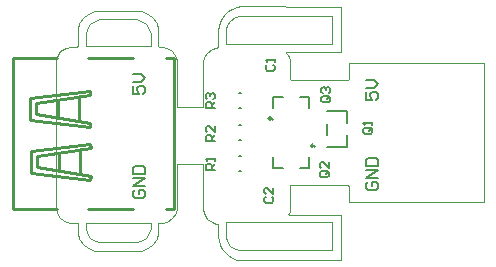
<source format=gto>
%FSTAX23Y23*%
%MOIN*%
%SFA1B1*%

%IPPOS*%
%ADD10C,0.009840*%
%ADD11C,0.010000*%
%ADD12C,0.006000*%
%ADD13C,0.007870*%
%ADD14C,0.007000*%
%ADD15C,0.002700*%
%LNusb-1*%
%LPD*%
G54D10*
X01899Y0156D02*
D01*
D01*
G75*
G03X01889I-00004J0D01*
G74*G01*
D01*
G75*
G03X01899I00004J0D01*
G74*G01*
X0204Y01469D02*
D01*
D01*
G75*
G03X0203I-00004J0D01*
G74*G01*
D01*
G75*
G03X0204I00004J0D01*
G74*G01*
G54D11*
X01293Y01533D02*
X01295Y01545D01*
X01114Y01576D02*
X01295Y01545D01*
X01114Y01576D02*
Y01613D01*
X01294Y01638*
X01293Y01651D02*
X01294Y01638D01*
X01094Y01629D02*
X01293Y01651D01*
X01094Y01556D02*
Y01629D01*
Y01556D02*
X01293Y01533D01*
X01257Y01553D02*
Y01635D01*
X01188Y01565D02*
Y01622D01*
X0119Y01389D02*
Y01446D01*
X01259Y01377D02*
Y01459D01*
X01096Y0138D02*
X01295Y01357D01*
X01096Y0138D02*
Y01453D01*
X01295Y01475*
X01296Y01462*
X01116Y01437D02*
X01296Y01462D01*
X01116Y014D02*
Y01437D01*
Y014D02*
X01297Y01369D01*
X01295Y01357D02*
X01297Y01369D01*
X01288Y01258D02*
X01438D01*
X01038Y01763D02*
X01183D01*
X01038Y01258D02*
Y01763D01*
Y01258D02*
X01183D01*
X01288Y01763D02*
X01438D01*
X01548Y01258D02*
X01573D01*
Y01763*
X01548D02*
X01573D01*
G54D12*
X02082Y01507D02*
Y01542D01*
X0215Y01544D02*
Y01585D01*
X02082D02*
X0215D01*
Y01464D02*
Y01505D01*
X02082Y01464D02*
X0215D01*
X0223Y0153D02*
X0221D01*
X02205Y01525*
Y01515*
X0221Y0151*
X0223*
X02234Y01515*
Y01525*
X02225Y0152D02*
X02234Y0153D01*
Y01525D02*
X0223Y0153D01*
X02234Y0154D02*
Y01549D01*
Y01544*
X02205*
X0221Y0154*
X0209Y01635D02*
X0207D01*
X02065Y0163*
Y0162*
X0207Y01615*
X0209*
X02095Y0162*
Y0163*
X02085Y01625D02*
X02095Y01635D01*
Y0163D02*
X0209Y01635D01*
X0207Y01645D02*
X02065Y0165D01*
Y01659*
X0207Y01664*
X02075*
X0208Y01659*
Y01654*
Y01659*
X02085Y01664*
X0209*
X02095Y01659*
Y0165*
X0209Y01645*
X02085Y01385D02*
X02065D01*
X0206Y0138*
Y0137*
X02065Y01365*
X02085*
X02089Y0137*
Y0138*
X0208Y01375D02*
X02089Y01385D01*
Y0138D02*
X02085Y01385D01*
X02089Y01414D02*
Y01395D01*
X0207Y01414*
X02065*
X0206Y01409*
Y014*
X02065Y01395*
X0171Y0139D02*
X0168D01*
Y01405*
X01685Y0141*
X01695*
X017Y01405*
Y0139*
Y014D02*
X0171Y0141D01*
Y0142D02*
Y01429D01*
Y01424*
X0168*
X01685Y0142*
X0171Y01485D02*
X0168D01*
Y015*
X01685Y01505*
X01695*
X017Y015*
Y01485*
Y01495D02*
X0171Y01505D01*
Y01534D02*
Y01515D01*
X0169Y01534*
X01685*
X0168Y01529*
Y0152*
X01685Y01515*
X0171Y01595D02*
X0168D01*
Y0161*
X01685Y01615*
X01695*
X017Y0161*
Y01595*
Y01605D02*
X0171Y01615D01*
X01685Y01625D02*
X0168Y0163D01*
Y01639*
X01685Y01644*
X0169*
X01695Y01639*
Y01634*
Y01639*
X017Y01644*
X01705*
X0171Y01639*
Y0163*
X01705Y01625*
X0188Y013D02*
X01875Y01295D01*
Y01285*
X0188Y0128*
X019*
X01904Y01285*
Y01295*
X019Y013*
X01904Y01329D02*
Y0131D01*
X01885Y01329*
X0188*
X01875Y01324*
Y01315*
X0188Y0131*
X01885Y0174D02*
X0188Y01735D01*
Y01725*
X01885Y0172*
X01905*
X01909Y01725*
Y01735*
X01905Y0174*
X01909Y0175D02*
Y01759D01*
Y01754*
X0188*
X01885Y0175*
G54D13*
X01905Y01597D02*
Y01632D01*
X01937*
X02024Y01597D02*
Y01632D01*
X01992D02*
X02024D01*
Y01397D02*
Y01432D01*
X01992Y01397D02*
X02024D01*
X01905D02*
Y01432D01*
Y01397D02*
X01937D01*
X01791Y01434D02*
X01798D01*
X01791Y01385D02*
X01798D01*
X01791Y01539D02*
X01798D01*
X01791Y0149D02*
X01798D01*
X01791Y01644D02*
X01798D01*
X01791Y01595D02*
X01798D01*
G54D14*
X01438Y01668D02*
Y01642D01*
X01458*
X01451Y01655*
Y01661*
X01458Y01668*
X01471*
X01478Y01661*
Y01648*
X01471Y01642*
X01438Y01681D02*
X01464D01*
X01478Y01695*
X01464Y01708*
X01438*
X01444Y01323D02*
X01438Y01316D01*
Y01303*
X01444Y01297*
X01471*
X01478Y01303*
Y01316*
X01471Y01323*
X01458*
Y0131*
X01478Y01336D02*
X01438D01*
X01478Y01363*
X01438*
Y01376D02*
X01478D01*
Y01396*
X01471Y01403*
X01444*
X01438Y01396*
Y01376*
X02219Y01348D02*
X02213Y01341D01*
Y01328*
X02219Y01322*
X02246*
X02253Y01328*
Y01341*
X02246Y01348*
X02233*
Y01335*
X02253Y01361D02*
X02213D01*
X02253Y01388*
X02213*
Y01401D02*
X02253D01*
Y01421*
X02246Y01428*
X02219*
X02213Y01421*
Y01401*
Y01648D02*
Y01622D01*
X02233*
X02226Y01635*
Y01641*
X02233Y01648*
X02246*
X02253Y01641*
Y01628*
X02246Y01622*
X02213Y01661D02*
X02239D01*
X02253Y01675*
X02239Y01688*
X02213*
G54D15*
X01252Y01211D02*
D01*
D01*
G75*
G03X01251Y01212I-00001J0D01*
G74*G01*
Y018D02*
D01*
D01*
G75*
G03X01252Y01802I0J00001D01*
G74*G01*
X01521D02*
D01*
D01*
G75*
G03X01522Y018I00001J0D01*
G74*G01*
X0172Y01798D02*
D01*
D01*
G75*
G03X01721Y01799I-0J00001D01*
G74*G01*
X01947Y01783D02*
D01*
D01*
G75*
G03X01946Y0178I0J-00001D01*
G74*G01*
X0196Y01692D02*
D01*
D01*
G75*
G03X01962Y0169I00001J0D01*
G74*G01*
X02157Y01693D02*
D01*
D01*
G75*
G03X02157Y01695I-00002J00001D01*
G74*G01*
Y01335D02*
D01*
D01*
G75*
G03X02157Y01335I-00002J0D01*
G74*G01*
X01962Y01338D02*
D01*
D01*
G75*
G03X0196Y01336I0J-00001D01*
G74*G01*
X01955Y01242D02*
D01*
D01*
G75*
G03X01957Y0124I00001J-0D01*
G74*G01*
X01721Y01209D02*
D01*
D01*
G75*
G03X0172Y0121I-00001J-0D01*
G74*G01*
X01522Y01212D02*
D01*
D01*
G75*
G03X01521Y01211I0J-00001D01*
G74*G01*
X01583Y01599D02*
X01585Y01598D01*
X01669D02*
X0167Y01599D01*
X01583Y01407D02*
X01585Y01409D01*
X01669D02*
X0167Y01407D01*
X02154Y0169D02*
X02157Y01693D01*
X01962Y0169D02*
X02154D01*
X02154Y01338D02*
X02157Y01335D01*
X02157Y01335D02*
Y01335D01*
X01962Y01338D02*
X02154D01*
X01776Y01125D02*
X01792Y01121D01*
X01761Y01137D02*
X01776Y01125D01*
X01751Y01153D02*
X01761Y01137D01*
X01748Y01166D02*
X01751Y01153D01*
X01748Y01166D02*
Y01214D01*
X02099*
Y01122D02*
Y01214D01*
X02096Y01122D02*
X02099Y01122D01*
X02087Y01122D02*
X02096Y01122D01*
X02074Y01122D02*
X02087Y01122D01*
X02056Y01122D02*
X02074Y01122D01*
X02035Y01122D02*
X02056Y01122D01*
X02012Y01122D02*
X02035Y01122D01*
X01987Y01122D02*
X02012Y01122D01*
X0196Y01122D02*
X01987Y01122D01*
X01933Y01122D02*
X0196Y01122D01*
X01907Y01121D02*
X01933Y01122D01*
X01882Y01121D02*
X01907Y01121D01*
X01858Y01121D02*
X01882Y01121D01*
X01837Y01121D02*
X01858Y01121D01*
X0182Y01121D02*
X01837Y01121D01*
X01806Y01121D02*
X0182Y01121D01*
X018Y01121D02*
X01806Y01121D01*
X01792Y01121D02*
X018D01*
X01295Y01163D02*
X01311Y01152D01*
X01327Y01148*
X01447*
X01463Y01152*
X0148Y01163*
X01491Y0118*
X01496Y01196*
Y01213*
X01279D02*
X01496D01*
X01279Y01196D02*
Y01213D01*
Y01196D02*
X01283Y0118D01*
X01295Y01163*
X01279Y01801D02*
X01496D01*
Y01843*
X01491Y01859D02*
X01496Y01843D01*
X0148Y01876D02*
X01491Y01859D01*
X01463Y01887D02*
X0148Y01876D01*
X01447Y01891D02*
X01463Y01887D01*
X01327Y01891D02*
X01447D01*
X01311Y01887D02*
X01327Y01891D01*
X01295Y01876D02*
X01311Y01887D01*
X01283Y01859D02*
X01295Y01876D01*
X01279Y01843D02*
X01283Y01859D01*
X01279Y01801D02*
Y01843D01*
X01748Y0181D02*
X02099D01*
Y01902*
X02096Y01902D02*
X02099Y01902D01*
X02087Y01902D02*
X02096Y01902D01*
X02074Y01902D02*
X02087Y01902D01*
X02056Y01902D02*
X02074Y01902D01*
X02035Y01902D02*
X02056Y01902D01*
X02012Y01902D02*
X02035Y01902D01*
X01987Y01903D02*
X02012Y01902D01*
X0196Y01903D02*
X01987Y01903D01*
X01933Y01903D02*
X0196Y01903D01*
X01907Y01903D02*
X01933Y01903D01*
X01882Y01903D02*
X01907Y01903D01*
X01858Y01903D02*
X01882Y01903D01*
X01837Y01903D02*
X01858Y01903D01*
X0182Y01903D02*
X01837Y01903D01*
X01806Y01903D02*
X0182Y01903D01*
X018Y01903D02*
X01806Y01903D01*
X01792Y01903D02*
X018D01*
X01776Y01899D02*
X01792Y01903D01*
X01761Y01887D02*
X01776Y01899D01*
X01751Y01872D02*
X01761Y01887D01*
X01748Y01858D02*
X01751Y01872D01*
X01748Y0181D02*
Y01858D01*
X01272Y01138D02*
X01292Y01124D01*
X01258Y01159D02*
X01272Y01138D01*
X01252Y01178D02*
X01258Y01159D01*
X01252Y01178D02*
Y01211D01*
X01229Y01212D02*
X01251D01*
X01213Y01217D02*
X01229Y01212D01*
X01195Y01228D02*
X01213Y01217D01*
X01184Y01246D02*
X01195Y01228D01*
X0118Y01261D02*
X01184Y01246D01*
X0118Y01261D02*
Y01752D01*
X01184Y01767*
X01195Y01785*
X01213Y01796*
X01229Y018*
X01251*
X01252Y01802D02*
Y01859D01*
X01258Y01878*
X01272Y01899*
X01292Y01913*
X01311Y01918*
X01462*
X01481Y01913*
X01501Y01899*
X01516Y01878*
X01521Y01859*
Y01802D02*
Y01859D01*
X01522Y018D02*
X01534D01*
X0155Y01796*
X01567Y01785*
X01579Y01767*
X01583Y01752*
Y01599D02*
Y01752D01*
X01585Y01598D02*
X01669D01*
X0167Y01599D02*
Y01749D01*
X01674Y01764*
X01685Y0178*
X017Y01792*
X01715Y01797*
X0172Y01798*
X01721Y01799D02*
Y01857D01*
X01722Y01868*
X01726Y01882*
X01733Y01896*
X01742Y01908*
X01753Y01919*
X01767Y01927*
X01783Y01932*
X01797Y01934*
X01805*
X01814Y01934*
X01832Y01934*
X01852Y01934*
X01876Y01934*
X01902Y01934*
X0193Y01934*
X01959Y01933*
X01987Y01933*
X02015Y01933*
X02042Y01933*
X02066Y01933*
X02088Y01932*
X02106Y01932*
X0212Y01932*
X02129Y01932*
X02131Y01932*
Y01783D02*
Y01932D01*
X01947Y01783D02*
X02131D01*
X01946Y0178D02*
X01947Y01779D01*
X01952Y01773*
X01956Y01764*
X01959Y01754*
X0196Y01746*
Y01692D02*
Y01746D01*
X02157Y01695D02*
Y01747D01*
X02607*
Y01282D02*
Y01747D01*
X02157Y01282D02*
X02607D01*
X02157D02*
Y01335D01*
X0196Y01261D02*
Y01336D01*
X01959Y01252D02*
X0196Y01261D01*
X01956Y01243D02*
X01959Y01252D01*
X01955Y01242D02*
X01956Y01243D01*
X01957Y0124D02*
X02131D01*
Y0109D02*
Y0124D01*
X02129Y0109D02*
X02131Y0109D01*
X0212Y0109D02*
X02129Y0109D01*
X02106Y0109D02*
X0212Y0109D01*
X02088Y0109D02*
X02106Y0109D01*
X02066Y0109D02*
X02088Y0109D01*
X02042Y0109D02*
X02066Y0109D01*
X02015Y0109D02*
X02042Y0109D01*
X01987Y01089D02*
X02015Y0109D01*
X01959Y01089D02*
X01987Y01089D01*
X0193Y01089D02*
X01959Y01089D01*
X01902Y01089D02*
X0193Y01089D01*
X01876Y01089D02*
X01902Y01089D01*
X01852Y01088D02*
X01876Y01089D01*
X01832Y01088D02*
X01852Y01088D01*
X01814Y01088D02*
X01832Y01088D01*
X01805Y01088D02*
X01814Y01088D01*
X01797Y01088D02*
X01805D01*
X01783Y0109D02*
X01797Y01088D01*
X01767Y01095D02*
X01783Y0109D01*
X01753Y01104D02*
X01767Y01095D01*
X01742Y01114D02*
X01753Y01104D01*
X01733Y01127D02*
X01742Y01114D01*
X01726Y0114D02*
X01733Y01127D01*
X01722Y01155D02*
X01726Y0114D01*
X01721Y01165D02*
X01722Y01155D01*
X01721Y01165D02*
Y01209D01*
X01715Y0121D02*
X0172Y0121D01*
X017Y01215D02*
X01715Y0121D01*
X01685Y01227D02*
X017Y01215D01*
X01674Y01244D02*
X01685Y01227D01*
X0167Y01259D02*
X01674Y01244D01*
X0167Y01259D02*
Y01407D01*
X01585Y01409D02*
X01669D01*
X01583Y01261D02*
Y01407D01*
X01579Y01246D02*
X01583Y01261D01*
X01567Y01228D02*
X01579Y01246D01*
X0155Y01217D02*
X01567Y01228D01*
X01534Y01212D02*
X0155Y01217D01*
X01522Y01212D02*
X01534D01*
X01521Y01178D02*
Y01211D01*
X01516Y01159D02*
X01521Y01178D01*
X01501Y01138D02*
X01516Y01159D01*
X01481Y01124D02*
X01501Y01138D01*
X01462Y01119D02*
X01481Y01124D01*
X01311Y01119D02*
X01462D01*
X01292Y01124D02*
X01311Y01119D01*
M02*
</source>
